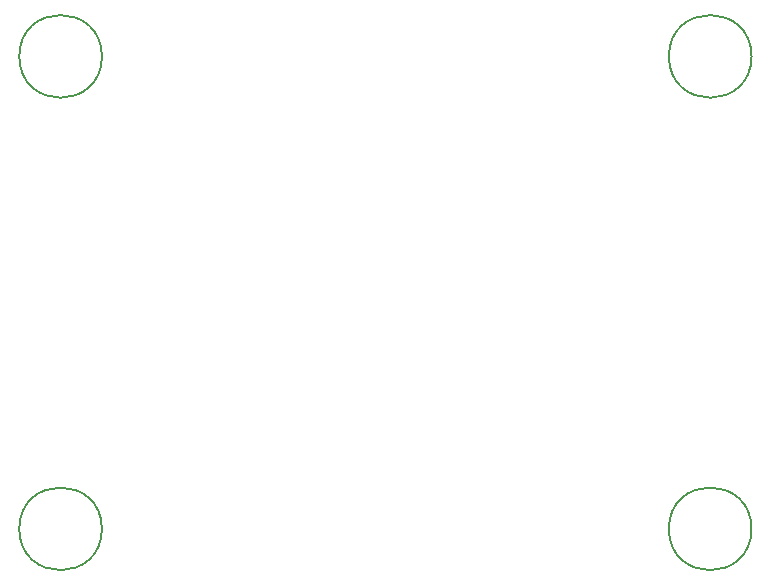
<source format=gbr>
%TF.GenerationSoftware,KiCad,Pcbnew,8.0.5*%
%TF.CreationDate,2024-12-11T15:25:16-08:00*%
%TF.ProjectId,ESP32-Proto,45535033-322d-4507-926f-746f2e6b6963,rev?*%
%TF.SameCoordinates,Original*%
%TF.FileFunction,Other,Comment*%
%FSLAX46Y46*%
G04 Gerber Fmt 4.6, Leading zero omitted, Abs format (unit mm)*
G04 Created by KiCad (PCBNEW 8.0.5) date 2024-12-11 15:25:16*
%MOMM*%
%LPD*%
G01*
G04 APERTURE LIST*
%ADD10C,0.150000*%
G04 APERTURE END LIST*
D10*
%TO.C,REF\u002A\u002A*%
X125500000Y-115000000D02*
G75*
G02*
X118500000Y-115000000I-3500000J0D01*
G01*
X118500000Y-115000000D02*
G75*
G02*
X125500000Y-115000000I3500000J0D01*
G01*
X180500000Y-75000000D02*
G75*
G02*
X173500000Y-75000000I-3500000J0D01*
G01*
X173500000Y-75000000D02*
G75*
G02*
X180500000Y-75000000I3500000J0D01*
G01*
X180500000Y-115000000D02*
G75*
G02*
X173500000Y-115000000I-3500000J0D01*
G01*
X173500000Y-115000000D02*
G75*
G02*
X180500000Y-115000000I3500000J0D01*
G01*
X125500000Y-75000000D02*
G75*
G02*
X118500000Y-75000000I-3500000J0D01*
G01*
X118500000Y-75000000D02*
G75*
G02*
X125500000Y-75000000I3500000J0D01*
G01*
%TD*%
M02*

</source>
